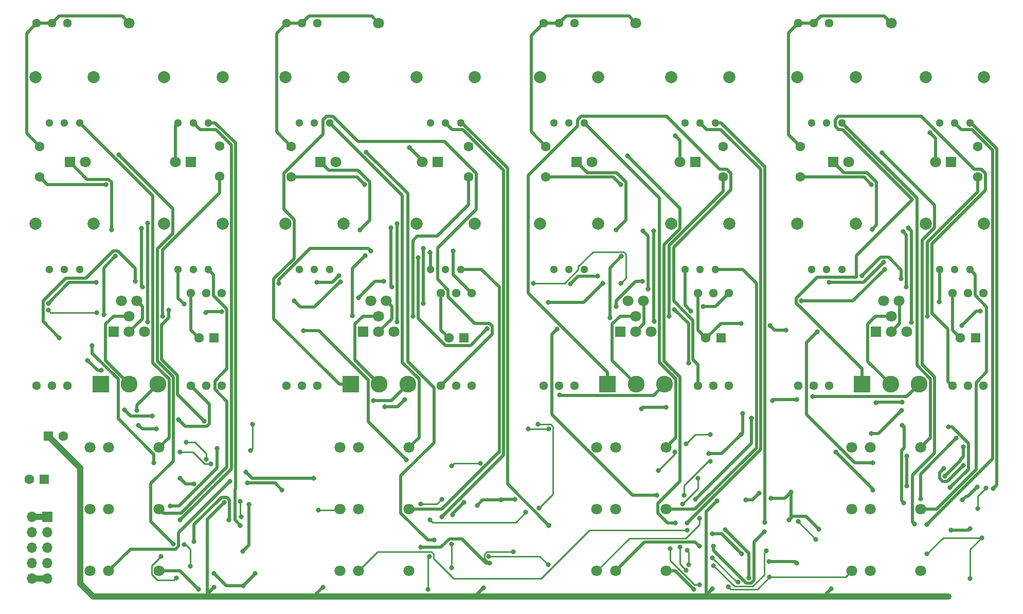
<source format=gtl>
G04 #@! TF.GenerationSoftware,KiCad,Pcbnew,(5.1.6-0-10_14)*
G04 #@! TF.CreationDate,2022-01-25T14:28:11+00:00*
G04 #@! TF.ProjectId,Quad Tube VCA,51756164-2054-4756-9265-205643412e6b,rev?*
G04 #@! TF.SameCoordinates,Original*
G04 #@! TF.FileFunction,Copper,L1,Top*
G04 #@! TF.FilePolarity,Positive*
%FSLAX46Y46*%
G04 Gerber Fmt 4.6, Leading zero omitted, Abs format (unit mm)*
G04 Created by KiCad (PCBNEW (5.1.6-0-10_14)) date 2022-01-25 14:28:11*
%MOMM*%
%LPD*%
G01*
G04 APERTURE LIST*
G04 #@! TA.AperFunction,ComponentPad*
%ADD10C,2.775000*%
G04 #@! TD*
G04 #@! TA.AperFunction,ComponentPad*
%ADD11R,2.775000X2.775000*%
G04 #@! TD*
G04 #@! TA.AperFunction,ComponentPad*
%ADD12C,1.600000*%
G04 #@! TD*
G04 #@! TA.AperFunction,ComponentPad*
%ADD13R,1.600000X1.600000*%
G04 #@! TD*
G04 #@! TA.AperFunction,ComponentPad*
%ADD14C,1.800000*%
G04 #@! TD*
G04 #@! TA.AperFunction,ComponentPad*
%ADD15R,1.800000X1.800000*%
G04 #@! TD*
G04 #@! TA.AperFunction,ComponentPad*
%ADD16C,2.000000*%
G04 #@! TD*
G04 #@! TA.AperFunction,ComponentPad*
%ADD17C,1.300000*%
G04 #@! TD*
G04 #@! TA.AperFunction,ComponentPad*
%ADD18C,1.440000*%
G04 #@! TD*
G04 #@! TA.AperFunction,ComponentPad*
%ADD19O,1.700000X1.700000*%
G04 #@! TD*
G04 #@! TA.AperFunction,ComponentPad*
%ADD20R,1.700000X1.700000*%
G04 #@! TD*
G04 #@! TA.AperFunction,ViaPad*
%ADD21C,0.800000*%
G04 #@! TD*
G04 #@! TA.AperFunction,Conductor*
%ADD22C,0.500000*%
G04 #@! TD*
G04 #@! TA.AperFunction,Conductor*
%ADD23C,0.250000*%
G04 #@! TD*
G04 #@! TA.AperFunction,Conductor*
%ADD24C,1.000000*%
G04 #@! TD*
G04 APERTURE END LIST*
D10*
X89790000Y-107702500D03*
X85090000Y-107702500D03*
D11*
X80390000Y-107702500D03*
D10*
X130938000Y-107702500D03*
X126238000Y-107702500D03*
D11*
X121538000Y-107702500D03*
D10*
X173229000Y-107702500D03*
X168529000Y-107702500D03*
D11*
X163829000Y-107702500D03*
D10*
X215139000Y-107702500D03*
X210439000Y-107702500D03*
D11*
X205739000Y-107702500D03*
D12*
X221909000Y-100076000D03*
D13*
X224409000Y-100076000D03*
D12*
X179999000Y-100076000D03*
D13*
X182499000Y-100076000D03*
D12*
X137708000Y-100076000D03*
D13*
X140208000Y-100076000D03*
D12*
X96560000Y-100076000D03*
D13*
X99060000Y-100076000D03*
D12*
X68620000Y-123317000D03*
D13*
X71120000Y-123317000D03*
D12*
X74255000Y-116205000D03*
D13*
X71755000Y-116205000D03*
D14*
X126153333Y-48260000D03*
X126153333Y-96520000D03*
X124883333Y-93980000D03*
X127423333Y-93980000D03*
X128693333Y-99060000D03*
X126153333Y-99060000D03*
D15*
X123613333Y-99060000D03*
D14*
X85090000Y-48260000D03*
X85090000Y-96520000D03*
X83820000Y-93980000D03*
X86360000Y-93980000D03*
X87630000Y-99060000D03*
X85090000Y-99060000D03*
D15*
X82550000Y-99060000D03*
D14*
X210550000Y-48260000D03*
X210550000Y-96520000D03*
X209280000Y-93980000D03*
X211820000Y-93980000D03*
X213090000Y-99060000D03*
X210550000Y-99060000D03*
D15*
X208010000Y-99060000D03*
D14*
X168486666Y-48260000D03*
X168486666Y-96520000D03*
X167216666Y-93980000D03*
X169756666Y-93980000D03*
X171026666Y-99060000D03*
X168486666Y-99060000D03*
D15*
X165946666Y-99060000D03*
D16*
X204680000Y-57150000D03*
X195080000Y-57150000D03*
D17*
X202380000Y-64650000D03*
X199880000Y-64650000D03*
X197380000Y-64650000D03*
D16*
X162280000Y-57150000D03*
X152680000Y-57150000D03*
D17*
X159980000Y-64650000D03*
X157480000Y-64650000D03*
X154980000Y-64650000D03*
D16*
X120370000Y-57150000D03*
X110770000Y-57150000D03*
D17*
X118070000Y-64650000D03*
X115570000Y-64650000D03*
X113070000Y-64650000D03*
D16*
X79222000Y-57150000D03*
X69622000Y-57150000D03*
D17*
X76922000Y-64650000D03*
X74422000Y-64650000D03*
X71922000Y-64650000D03*
D16*
X204680000Y-81280000D03*
X195080000Y-81280000D03*
D17*
X202380000Y-88780000D03*
X199880000Y-88780000D03*
X197380000Y-88780000D03*
D16*
X162280000Y-81280000D03*
X152680000Y-81280000D03*
D17*
X159980000Y-88780000D03*
X157480000Y-88780000D03*
X154980000Y-88780000D03*
D16*
X120370000Y-81280000D03*
X110770000Y-81280000D03*
D17*
X118070000Y-88780000D03*
X115570000Y-88780000D03*
X113070000Y-88780000D03*
D16*
X79222000Y-81280000D03*
X69622000Y-81280000D03*
D17*
X76922000Y-88780000D03*
X74422000Y-88780000D03*
X71922000Y-88780000D03*
D16*
X225780000Y-57150000D03*
X216180000Y-57150000D03*
D17*
X223480000Y-64650000D03*
X220980000Y-64650000D03*
X218480000Y-64650000D03*
D16*
X183870000Y-57150000D03*
X174270000Y-57150000D03*
D17*
X181570000Y-64650000D03*
X179070000Y-64650000D03*
X176570000Y-64650000D03*
D16*
X141960000Y-57150000D03*
X132360000Y-57150000D03*
D17*
X139660000Y-64650000D03*
X137160000Y-64650000D03*
X134660000Y-64650000D03*
D16*
X100431000Y-57150000D03*
X90831000Y-57150000D03*
D17*
X98131000Y-64650000D03*
X95631000Y-64650000D03*
X93131000Y-64650000D03*
D16*
X225780000Y-81280000D03*
X216180000Y-81280000D03*
D17*
X223480000Y-88780000D03*
X220980000Y-88780000D03*
X218480000Y-88780000D03*
D16*
X183870000Y-81280000D03*
X174270000Y-81280000D03*
D17*
X181570000Y-88780000D03*
X179070000Y-88780000D03*
X176570000Y-88780000D03*
D16*
X141960000Y-81280000D03*
X132360000Y-81280000D03*
D17*
X139660000Y-88780000D03*
X137160000Y-88780000D03*
X134660000Y-88780000D03*
D16*
X100431000Y-81280000D03*
X90831000Y-81280000D03*
D17*
X98131000Y-88780000D03*
X95631000Y-88780000D03*
X93131000Y-88780000D03*
D14*
X215389000Y-138430000D03*
X203989000Y-138430000D03*
X207089000Y-138430000D03*
X173449000Y-138430000D03*
X162049000Y-138430000D03*
X165149000Y-138430000D03*
X131158000Y-138430000D03*
X119758000Y-138430000D03*
X122858000Y-138430000D03*
X90010000Y-138430000D03*
X78610000Y-138430000D03*
X81710000Y-138430000D03*
X215389000Y-118110000D03*
X203989000Y-118110000D03*
X207089000Y-118110000D03*
X173449000Y-118110000D03*
X162049000Y-118110000D03*
X165149000Y-118110000D03*
X131158000Y-118110000D03*
X119758000Y-118110000D03*
X122858000Y-118110000D03*
X90010000Y-118110000D03*
X78610000Y-118110000D03*
X81710000Y-118110000D03*
X215389000Y-128270000D03*
X203989000Y-128270000D03*
X207089000Y-128270000D03*
X173449000Y-128270000D03*
X162049000Y-128270000D03*
X165149000Y-128270000D03*
X131158000Y-128270000D03*
X119758000Y-128270000D03*
X122858000Y-128270000D03*
X90010000Y-128270000D03*
X78610000Y-128270000D03*
X81710000Y-128270000D03*
D18*
X195199000Y-48260000D03*
X197739000Y-48260000D03*
X200279000Y-48260000D03*
X153289000Y-48260000D03*
X155829000Y-48260000D03*
X158369000Y-48260000D03*
X110998000Y-48260000D03*
X113538000Y-48260000D03*
X116078000Y-48260000D03*
X69850000Y-48260000D03*
X72390000Y-48260000D03*
X74930000Y-48260000D03*
X220599000Y-107950000D03*
X223139000Y-107950000D03*
X225679000Y-107950000D03*
X178689000Y-107950000D03*
X181229000Y-107950000D03*
X183769000Y-107950000D03*
X136398000Y-107950000D03*
X138938000Y-107950000D03*
X141478000Y-107950000D03*
X95250000Y-107950000D03*
X97790000Y-107950000D03*
X100330000Y-107950000D03*
X220599000Y-92710000D03*
X223139000Y-92710000D03*
X225679000Y-92710000D03*
X178689000Y-92710000D03*
X181229000Y-92710000D03*
X183769000Y-92710000D03*
X136398000Y-92710000D03*
X138938000Y-92710000D03*
X141478000Y-92710000D03*
X95250000Y-92710000D03*
X97790000Y-92710000D03*
X100330000Y-92710000D03*
X195199000Y-107950000D03*
X197739000Y-107950000D03*
X200279000Y-107950000D03*
X153289000Y-107950000D03*
X155829000Y-107950000D03*
X158369000Y-107950000D03*
X110998000Y-107950000D03*
X113538000Y-107950000D03*
X116078000Y-107950000D03*
X69850000Y-107950000D03*
X72390000Y-107950000D03*
X74930000Y-107950000D03*
D19*
X69088000Y-139700000D03*
X71628000Y-139700000D03*
X69088000Y-137160000D03*
X71628000Y-137160000D03*
X69088000Y-134620000D03*
X71628000Y-134620000D03*
X69088000Y-132080000D03*
X71628000Y-132080000D03*
X69088000Y-129540000D03*
D20*
X71628000Y-129540000D03*
D14*
X217805000Y-71120000D03*
D15*
X220345000Y-71120000D03*
D14*
X203536000Y-71120000D03*
D15*
X200996000Y-71120000D03*
D14*
X175768000Y-71120000D03*
D15*
X178308000Y-71120000D03*
D14*
X161290000Y-71120000D03*
D15*
X158750000Y-71120000D03*
D14*
X133350000Y-71120000D03*
D15*
X135890000Y-71120000D03*
D14*
X119126000Y-71120000D03*
D15*
X116586000Y-71120000D03*
D14*
X92710000Y-71120000D03*
D15*
X95250000Y-71120000D03*
D14*
X77851000Y-71120000D03*
D15*
X75311000Y-71120000D03*
D12*
X224790000Y-73580000D03*
X224790000Y-68580000D03*
X195580000Y-73580000D03*
X195580000Y-68580000D03*
X182880000Y-73580000D03*
X182880000Y-68580000D03*
X153670000Y-73580000D03*
X153670000Y-68580000D03*
X140970000Y-73580000D03*
X140970000Y-68580000D03*
X111760000Y-73580000D03*
X111760000Y-68580000D03*
X99949000Y-73453000D03*
X99949000Y-68453000D03*
X70358000Y-73580000D03*
X70358000Y-68580000D03*
D21*
X83381541Y-69907459D03*
X92329000Y-133985000D03*
X95123000Y-137668000D03*
X94107000Y-134112000D03*
X88130001Y-81153000D03*
X88130001Y-97409000D03*
X92837000Y-139573000D03*
X90297000Y-136017000D03*
X207264000Y-115824000D03*
X212217000Y-112014000D03*
X218440000Y-94107000D03*
X194945000Y-110236000D03*
X191008000Y-110363000D03*
X186055000Y-112522000D03*
X185801000Y-115951000D03*
X186563000Y-126746000D03*
X188802291Y-125649709D03*
X190754000Y-126492000D03*
X194056000Y-125476000D03*
X193675000Y-130048000D03*
X173482000Y-111506000D03*
X169418000Y-111760000D03*
X179578000Y-94869000D03*
X177550042Y-95626958D03*
X138430000Y-85725000D03*
X134620000Y-85979000D03*
X94107000Y-94488000D03*
X97663000Y-95885000D03*
X100330000Y-95758000D03*
X89535000Y-115062000D03*
X86614000Y-114427000D03*
X97790000Y-120015000D03*
X94488000Y-117221000D03*
X181102000Y-136271000D03*
X185293000Y-140273011D03*
X190500000Y-139444990D03*
X183737850Y-141075156D03*
X178943000Y-129794000D03*
X103886000Y-140843000D03*
X105791000Y-138811000D03*
X99060000Y-138811000D03*
X105410000Y-114300000D03*
X105029000Y-118618000D03*
X103378000Y-127000000D03*
X103505000Y-129540000D03*
X104521000Y-123952000D03*
X110236000Y-125095000D03*
X216916000Y-66294000D03*
X175006000Y-66802000D03*
X131191000Y-68707000D03*
X212344000Y-110617000D03*
X208026000Y-110744000D03*
X222250000Y-126746000D03*
X224663000Y-124587000D03*
X180467000Y-119126000D03*
X146304000Y-126746000D03*
X148590000Y-126619000D03*
X142367000Y-127635000D03*
X133477000Y-85344000D03*
X127127000Y-111379000D03*
X130429000Y-110236000D03*
X80518000Y-105410000D03*
X78232000Y-103759000D03*
X116205000Y-128397000D03*
X133477000Y-94361000D03*
X95758000Y-133604000D03*
X101473000Y-130048000D03*
X152400000Y-114300000D03*
X152556541Y-128113459D03*
X198628000Y-131572000D03*
X225171000Y-95631000D03*
X222123000Y-98044000D03*
X219964000Y-142621000D03*
X99060000Y-141097000D03*
X143383000Y-141224000D03*
X181102000Y-141351000D03*
X200660000Y-141351000D03*
X181864000Y-126873000D03*
X100711000Y-127127000D03*
X116967000Y-141097000D03*
X77009999Y-121491001D03*
X77009999Y-125301001D03*
X193167000Y-98806000D03*
X190588000Y-98044000D03*
X185801000Y-97663000D03*
X81280000Y-74803000D03*
X87122000Y-82042000D03*
X87280001Y-91694000D03*
X104775000Y-127508000D03*
X103759000Y-135227990D03*
X90530011Y-96520000D03*
X97410000Y-113792000D03*
X91567000Y-95504000D03*
X79756000Y-95885000D03*
X71754999Y-95504000D03*
X95694990Y-124079000D03*
X93472000Y-123190000D03*
X93472000Y-118872000D03*
X78994000Y-101346000D03*
X89154000Y-120650000D03*
X98552000Y-120777000D03*
X99568000Y-118237000D03*
X91821000Y-127762000D03*
X124085041Y-69462959D03*
X135255000Y-133350000D03*
X138176000Y-137922000D03*
X138176000Y-133985000D03*
X134239000Y-141478000D03*
X134493000Y-136017000D03*
X129159000Y-81280000D03*
X129159000Y-97409000D03*
X148336000Y-135292000D03*
X144399000Y-137160000D03*
X133096000Y-134493000D03*
X154051000Y-137414000D03*
X144272000Y-136017000D03*
X123825000Y-74803000D03*
X128143000Y-81915000D03*
X128309000Y-91694000D03*
X131759999Y-96520000D03*
X144018000Y-98552000D03*
X132609999Y-86829999D03*
X124841000Y-85725000D03*
X109728000Y-91059000D03*
X138176000Y-121158000D03*
X142851458Y-120753458D03*
X138303000Y-129159000D03*
X140208000Y-127127000D03*
X113755022Y-98842978D03*
X130683000Y-120142000D03*
X136529905Y-126614095D03*
X133096000Y-127420000D03*
X134620000Y-130048000D03*
X150368000Y-128778000D03*
X154137510Y-115062000D03*
X150749000Y-115062000D03*
X167132000Y-70104000D03*
X175006000Y-130556000D03*
X176784000Y-138303000D03*
X175768000Y-134493000D03*
X174117000Y-134747000D03*
X178943000Y-140716000D03*
X171387500Y-82423000D03*
X171526667Y-97370000D03*
X187071000Y-139573000D03*
X183156991Y-131670261D03*
X165989000Y-74803000D03*
X169672000Y-82423000D03*
X170507942Y-92036630D03*
X187487980Y-113284000D03*
X178308000Y-126619000D03*
X181102000Y-132334000D03*
X185928000Y-135636000D03*
X173990000Y-96520000D03*
X177166000Y-104189541D03*
X174840000Y-95377000D03*
X165989000Y-91059000D03*
X151638000Y-91059000D03*
X176149000Y-127381000D03*
X178689000Y-123190000D03*
X176403000Y-125984000D03*
X180721000Y-120396000D03*
X155474522Y-98652478D03*
X171958000Y-125984000D03*
X172212000Y-121920000D03*
X174916511Y-118872000D03*
X176784000Y-117475000D03*
X180721000Y-115951000D03*
X209042000Y-69596000D03*
X214376000Y-130683000D03*
X213360000Y-81915000D03*
X213868000Y-97536000D03*
X226124083Y-124791288D03*
X224790000Y-128143000D03*
X225425000Y-132969000D03*
X223520000Y-139700000D03*
X216408000Y-135636000D03*
X207264000Y-74803000D03*
X212471000Y-82550000D03*
X213018000Y-91694000D03*
X219964000Y-114681000D03*
X220218000Y-124714000D03*
X220345000Y-131699000D03*
X223520000Y-131445000D03*
X216489777Y-96520000D03*
X219202000Y-121539000D03*
X222377000Y-121031000D03*
X201422000Y-118872000D03*
X207518000Y-125095000D03*
X219329000Y-122809000D03*
X222377000Y-117983000D03*
X213106000Y-119507000D03*
X213106000Y-124460000D03*
X198374000Y-99060000D03*
X207518000Y-120650000D03*
X221233301Y-116586699D03*
X215332272Y-126559272D03*
X212598000Y-127254000D03*
X212344000Y-114427000D03*
X82169000Y-82296000D03*
X82804000Y-86614000D03*
X80899000Y-96266000D03*
X123063000Y-82296000D03*
X123952000Y-86487000D03*
X121793000Y-96393000D03*
X165227000Y-82296000D03*
X166116000Y-86614000D03*
X164211000Y-96774000D03*
X207391000Y-82169000D03*
X119634000Y-89789000D03*
X115951000Y-90932000D03*
X162179000Y-89916000D03*
X157734000Y-91186000D03*
X209296000Y-87630000D03*
X200279000Y-90932000D03*
X93472000Y-130048000D03*
X136525000Y-129540000D03*
X176911000Y-130556000D03*
X216408000Y-130810000D03*
X96520000Y-141478000D03*
X73560541Y-100048459D03*
X86106000Y-90730001D03*
X71755000Y-94361000D03*
X79629000Y-90932000D03*
X122809000Y-93472000D03*
X127000000Y-90730001D03*
X112268000Y-93980000D03*
X119888000Y-90805000D03*
X178054000Y-141478000D03*
X190373000Y-136906000D03*
X194945000Y-137160000D03*
X165227000Y-94869000D03*
X169545000Y-90730001D03*
X154051000Y-94234000D03*
X163068000Y-91059000D03*
X205740000Y-89789000D03*
X212168000Y-90297000D03*
X195707000Y-93980000D03*
X209423000Y-88773000D03*
X101662500Y-123698000D03*
X104267000Y-122174000D03*
X115443000Y-123190000D03*
X189992000Y-135128000D03*
X181229000Y-137541000D03*
X177215970Y-137401112D03*
X176911000Y-135001000D03*
X176940541Y-131728541D03*
X189611000Y-131953000D03*
X181229000Y-134366000D03*
X178943000Y-134366000D03*
X86360000Y-112014000D03*
X93218000Y-113538000D03*
X88900000Y-112903000D03*
X84328000Y-111887000D03*
X125250499Y-110363000D03*
X155956000Y-109474000D03*
X197612000Y-109728000D03*
X195199000Y-130302000D03*
X198120000Y-133223000D03*
X103378000Y-130937000D03*
X154178000Y-130937000D03*
X189738000Y-130429000D03*
X227330000Y-124841000D03*
D22*
X92281001Y-82851999D02*
X89680011Y-85452989D01*
X92281001Y-78806919D02*
X92281001Y-82851999D01*
X83381541Y-69907459D02*
X92281001Y-78806919D01*
X89680011Y-103883047D02*
X92329000Y-106532036D01*
X89680011Y-85452989D02*
X89680011Y-103883047D01*
X92329000Y-106532036D02*
X92329000Y-120396000D01*
X88659999Y-130315999D02*
X92329000Y-133985000D01*
X88659999Y-124065001D02*
X88659999Y-130315999D01*
X92329000Y-120396000D02*
X88659999Y-124065001D01*
D23*
X95123000Y-137668000D02*
X95123000Y-134874000D01*
X94361000Y-134112000D02*
X94107000Y-134112000D01*
X95123000Y-134874000D02*
X94361000Y-134112000D01*
D22*
X88130001Y-81153000D02*
X88130001Y-97409000D01*
D23*
X88784999Y-137529001D02*
X90297000Y-136017000D01*
X88784999Y-139018001D02*
X88784999Y-137529001D01*
X92437001Y-139972999D02*
X89739997Y-139972999D01*
X89739997Y-139972999D02*
X88784999Y-139018001D01*
X92837000Y-139573000D02*
X92437001Y-139972999D01*
D22*
X218480000Y-88780000D02*
X218306000Y-88780000D01*
X208407000Y-115824000D02*
X212217000Y-112014000D01*
X207264000Y-115824000D02*
X208407000Y-115824000D01*
X218480000Y-94067000D02*
X218440000Y-94107000D01*
X218480000Y-88780000D02*
X218480000Y-94067000D01*
X191135000Y-110236000D02*
X191008000Y-110363000D01*
X194945000Y-110236000D02*
X191135000Y-110236000D01*
X186055000Y-115697000D02*
X185801000Y-115951000D01*
X186055000Y-112522000D02*
X186055000Y-115697000D01*
X187706000Y-126746000D02*
X188802291Y-125649709D01*
X186563000Y-126746000D02*
X187706000Y-126746000D01*
X193040000Y-126492000D02*
X194056000Y-125476000D01*
X190754000Y-126492000D02*
X193040000Y-126492000D01*
X194056000Y-129667000D02*
X193675000Y-130048000D01*
X194056000Y-125476000D02*
X194056000Y-129667000D01*
X169672000Y-111506000D02*
X169418000Y-111760000D01*
X173482000Y-111506000D02*
X169672000Y-111506000D01*
X181610000Y-94869000D02*
X183769000Y-92710000D01*
X179578000Y-94869000D02*
X181610000Y-94869000D01*
X176570000Y-94646916D02*
X177550042Y-95626958D01*
X176570000Y-88780000D02*
X176570000Y-94646916D01*
X138430000Y-89662000D02*
X138430000Y-85725000D01*
X141478000Y-92710000D02*
X138430000Y-89662000D01*
X134660000Y-86019000D02*
X134620000Y-85979000D01*
X134660000Y-88780000D02*
X134660000Y-86019000D01*
X93131000Y-93512000D02*
X94107000Y-94488000D01*
X93131000Y-88780000D02*
X93131000Y-93512000D01*
X97790000Y-95758000D02*
X97663000Y-95885000D01*
X100330000Y-95758000D02*
X97790000Y-95758000D01*
X87249000Y-115062000D02*
X86614000Y-114427000D01*
X89535000Y-115062000D02*
X87249000Y-115062000D01*
D23*
X97790000Y-119124590D02*
X95886410Y-117221000D01*
X95886410Y-117221000D02*
X94488000Y-117221000D01*
X97790000Y-120015000D02*
X97790000Y-119124590D01*
X185104011Y-140273011D02*
X185293000Y-140273011D01*
X181102000Y-136271000D02*
X185104011Y-140273011D01*
X202974010Y-139444990D02*
X203989000Y-138430000D01*
X190500000Y-139444990D02*
X202974010Y-139444990D01*
X184110714Y-141448020D02*
X183737850Y-141075156D01*
X188496970Y-141448020D02*
X184110714Y-141448020D01*
X190500000Y-139444990D02*
X188496970Y-141448020D01*
X176674095Y-133067989D02*
X167411011Y-133067989D01*
X178943000Y-130799084D02*
X176674095Y-133067989D01*
X167411011Y-133067989D02*
X162049000Y-138430000D01*
X178943000Y-129794000D02*
X178943000Y-130799084D01*
D22*
X105791000Y-138938000D02*
X103886000Y-140843000D01*
X105791000Y-138811000D02*
X105791000Y-138938000D01*
X101092000Y-140843000D02*
X99060000Y-138811000D01*
X103886000Y-140843000D02*
X101092000Y-140843000D01*
D23*
X105410000Y-118237000D02*
X105029000Y-118618000D01*
X105410000Y-114300000D02*
X105410000Y-118237000D01*
X103378000Y-129413000D02*
X103505000Y-129540000D01*
X103378000Y-127000000D02*
X103378000Y-129413000D01*
D22*
X109093000Y-123952000D02*
X108712000Y-123952000D01*
X110236000Y-125095000D02*
X109093000Y-123952000D01*
X108712000Y-123952000D02*
X104521000Y-123952000D01*
X217805000Y-67183000D02*
X216916000Y-66294000D01*
X217805000Y-71120000D02*
X217805000Y-67183000D01*
X175768000Y-67564000D02*
X175006000Y-66802000D01*
X175768000Y-71120000D02*
X175768000Y-67564000D01*
X133350000Y-70866000D02*
X131191000Y-68707000D01*
X133350000Y-71120000D02*
X133350000Y-70866000D01*
X92710000Y-65071000D02*
X93131000Y-64650000D01*
X92710000Y-71120000D02*
X92710000Y-65071000D01*
X208153000Y-110617000D02*
X208026000Y-110744000D01*
X212344000Y-110617000D02*
X208153000Y-110617000D01*
X223139000Y-126111000D02*
X224663000Y-124587000D01*
X222885000Y-126111000D02*
X222250000Y-126746000D01*
X223139000Y-126111000D02*
X222885000Y-126111000D01*
X182626000Y-119126000D02*
X185801000Y-115951000D01*
X180467000Y-119126000D02*
X182626000Y-119126000D01*
X146431000Y-126619000D02*
X146304000Y-126746000D01*
X148590000Y-126619000D02*
X146431000Y-126619000D01*
X143256000Y-126746000D02*
X142367000Y-127635000D01*
X146304000Y-126746000D02*
X143256000Y-126746000D01*
X133477000Y-94361000D02*
X133477000Y-94361000D01*
X129286000Y-111379000D02*
X127127000Y-111379000D01*
X130429000Y-110236000D02*
X129286000Y-111379000D01*
X79883000Y-105410000D02*
X78232000Y-103759000D01*
X80518000Y-105410000D02*
X79883000Y-105410000D01*
D23*
X119631000Y-128397000D02*
X119758000Y-128270000D01*
X116205000Y-128397000D02*
X119631000Y-128397000D01*
D22*
X133477000Y-94361000D02*
X133477000Y-85344000D01*
X101561001Y-129959999D02*
X101473000Y-130048000D01*
X101561001Y-126718999D02*
X101561001Y-129959999D01*
X100302999Y-126276999D02*
X101119001Y-126276999D01*
X101119001Y-126276999D02*
X101561001Y-126718999D01*
X95758000Y-130821998D02*
X100302999Y-126276999D01*
X95758000Y-133604000D02*
X95758000Y-130821998D01*
D23*
X154862511Y-125807489D02*
X152556541Y-128113459D01*
X154448512Y-114300000D02*
X154862511Y-114713999D01*
X154862511Y-114713999D02*
X154862511Y-125807489D01*
X152400000Y-114300000D02*
X154448512Y-114300000D01*
D22*
X196507999Y-129451999D02*
X198628000Y-131572000D01*
X194271001Y-129451999D02*
X196507999Y-129451999D01*
X193675000Y-130048000D02*
X194271001Y-129451999D01*
X224536000Y-95631000D02*
X222123000Y-98044000D01*
X225171000Y-95631000D02*
X224536000Y-95631000D01*
X99060000Y-141097000D02*
X97536000Y-142621000D01*
X97536000Y-142621000D02*
X96774000Y-142621000D01*
D24*
X79121000Y-142621000D02*
X96774000Y-142621000D01*
D22*
X141986000Y-142621000D02*
X140970000Y-142621000D01*
X143383000Y-141224000D02*
X141986000Y-142621000D01*
X179832000Y-142621000D02*
X178435000Y-142621000D01*
D24*
X140970000Y-142621000D02*
X178435000Y-142621000D01*
D22*
X199771000Y-142240000D02*
X199771000Y-142621000D01*
X200660000Y-141351000D02*
X199771000Y-142240000D01*
D24*
X199771000Y-142621000D02*
X219964000Y-142621000D01*
X178435000Y-142621000D02*
X199771000Y-142621000D01*
D22*
X180086000Y-128651000D02*
X181864000Y-126873000D01*
X180086000Y-142367000D02*
X180086000Y-128651000D01*
X181102000Y-141351000D02*
X180086000Y-142367000D01*
X180086000Y-142367000D02*
X179832000Y-142621000D01*
X97917000Y-129921000D02*
X100711000Y-127127000D01*
D24*
X96774000Y-142621000D02*
X97917000Y-142621000D01*
D22*
X97917000Y-142621000D02*
X97917000Y-129921000D01*
X115824000Y-142240000D02*
X115824000Y-142621000D01*
X116967000Y-141097000D02*
X115824000Y-142240000D01*
D24*
X115824000Y-142621000D02*
X140970000Y-142621000D01*
X97917000Y-142621000D02*
X115824000Y-142621000D01*
X77009999Y-140509999D02*
X79121000Y-142621000D01*
X77009999Y-121459999D02*
X77009999Y-121491001D01*
X71755000Y-116205000D02*
X77009999Y-121459999D01*
X77009999Y-121491001D02*
X77009999Y-140509999D01*
D22*
X87259999Y-96890001D02*
X85090000Y-99060000D01*
X87259999Y-94879999D02*
X87259999Y-96890001D01*
X86360000Y-93980000D02*
X87259999Y-94879999D01*
X128323332Y-96890001D02*
X126153333Y-99060000D01*
X128323332Y-94879999D02*
X128323332Y-96890001D01*
X127423333Y-93980000D02*
X128323332Y-94879999D01*
X169836667Y-94060001D02*
X169836667Y-97709999D01*
X169836667Y-97709999D02*
X168486666Y-99060000D01*
X169756666Y-93980000D02*
X169836667Y-94060001D01*
X211900001Y-97709999D02*
X210550000Y-99060000D01*
X211900001Y-94060001D02*
X211900001Y-97709999D01*
X211820000Y-93980000D02*
X211900001Y-94060001D01*
X220599000Y-98766000D02*
X221909000Y-100076000D01*
X220599000Y-92710000D02*
X220599000Y-98766000D01*
X178689000Y-98766000D02*
X179999000Y-100076000D01*
X178689000Y-92710000D02*
X178689000Y-98766000D01*
X136398000Y-98766000D02*
X137708000Y-100076000D01*
X136398000Y-92710000D02*
X136398000Y-98766000D01*
X95250000Y-98766000D02*
X96560000Y-100076000D01*
X95250000Y-92710000D02*
X95250000Y-98766000D01*
X191350000Y-98806000D02*
X190588000Y-98044000D01*
X193167000Y-98806000D02*
X191350000Y-98806000D01*
X180088998Y-100076000D02*
X179999000Y-100076000D01*
X182501998Y-97663000D02*
X180088998Y-100076000D01*
X185801000Y-97663000D02*
X182501998Y-97663000D01*
X71581000Y-74803000D02*
X70358000Y-73580000D01*
X81280000Y-74803000D02*
X71581000Y-74803000D01*
X87122000Y-91535999D02*
X87280001Y-91694000D01*
X87122000Y-82042000D02*
X87122000Y-91535999D01*
X104775000Y-134211990D02*
X103759000Y-135227990D01*
X104775000Y-127508000D02*
X104775000Y-134211990D01*
X69850000Y-48260000D02*
X72390000Y-48260000D01*
X72390000Y-48260000D02*
X73560001Y-47089999D01*
X83919999Y-47089999D02*
X85090000Y-48260000D01*
X73560001Y-47089999D02*
X83919999Y-47089999D01*
X68171999Y-66393999D02*
X68171999Y-49938001D01*
X68171999Y-49938001D02*
X69850000Y-48260000D01*
X70358000Y-68580000D02*
X68171999Y-66393999D01*
X90530011Y-89034987D02*
X90530011Y-96520000D01*
X99949000Y-73453000D02*
X99949000Y-76200000D01*
X90530011Y-85618989D02*
X90530011Y-89034987D01*
X99949000Y-76200000D02*
X90530011Y-85618989D01*
X82479998Y-96520000D02*
X85090000Y-96520000D01*
X81199999Y-97799999D02*
X82479998Y-96520000D01*
X81199999Y-103812499D02*
X81199999Y-97799999D01*
X85090000Y-107702500D02*
X81199999Y-103812499D01*
X93029010Y-109411010D02*
X93029010Y-106242084D01*
X97410000Y-113792000D02*
X93029010Y-109411010D01*
X93029010Y-106242084D02*
X90424000Y-103637074D01*
X90424000Y-103632000D02*
X90380021Y-103588021D01*
X90424000Y-103637074D02*
X90424000Y-103632000D01*
X90380021Y-103588021D02*
X90380021Y-97833979D01*
X91567000Y-96741013D02*
X91567000Y-95504000D01*
X90474034Y-97833979D02*
X91567000Y-96741013D01*
X90380021Y-97833979D02*
X90474034Y-97833979D01*
D23*
X72135999Y-95885000D02*
X71754999Y-95504000D01*
X79756000Y-95885000D02*
X72135999Y-95885000D01*
D22*
X94361000Y-124079000D02*
X93472000Y-123190000D01*
X95694990Y-124079000D02*
X94361000Y-124079000D01*
X89154000Y-119252002D02*
X89154000Y-120650000D01*
X83252499Y-113350501D02*
X89154000Y-119252002D01*
X78994000Y-102596463D02*
X83252499Y-106854962D01*
X83252499Y-106854962D02*
X83252499Y-113350501D01*
X78994000Y-101346000D02*
X78994000Y-102596463D01*
D23*
X95573998Y-118872000D02*
X93472000Y-118872000D01*
X97478998Y-120777000D02*
X95573998Y-118872000D01*
X98552000Y-120777000D02*
X97478998Y-120777000D01*
D22*
X93269992Y-127762000D02*
X91821000Y-127762000D01*
X99568000Y-121463992D02*
X93269992Y-127762000D01*
X99568000Y-118237000D02*
X99568000Y-121463992D01*
X130909999Y-103965035D02*
X135255000Y-108310036D01*
X130909999Y-76287917D02*
X130909999Y-103965035D01*
X124085041Y-69462959D02*
X130909999Y-76287917D01*
X135255000Y-108310036D02*
X135255000Y-117348000D01*
X134239998Y-133350000D02*
X135255000Y-133350000D01*
X129807999Y-122795001D02*
X129807999Y-128918001D01*
X129807999Y-128918001D02*
X134239998Y-133350000D01*
X135255000Y-117348000D02*
X129807999Y-122795001D01*
D23*
X138176000Y-137922000D02*
X138176000Y-133985000D01*
X134239000Y-136271000D02*
X134493000Y-136017000D01*
X134239000Y-141478000D02*
X134239000Y-136271000D01*
D22*
X129159000Y-81280000D02*
X129159000Y-97409000D01*
D23*
X143546999Y-136365001D02*
X144341998Y-137160000D01*
X143546999Y-135668999D02*
X143546999Y-136365001D01*
X143923998Y-135292000D02*
X143546999Y-135668999D01*
X144341998Y-137160000D02*
X144399000Y-137160000D01*
X148336000Y-135292000D02*
X143923998Y-135292000D01*
D22*
X143833315Y-137160000D02*
X144399000Y-137160000D01*
X139808314Y-133134999D02*
X143833315Y-137160000D01*
X137767999Y-133134999D02*
X139808314Y-133134999D01*
X136409998Y-134493000D02*
X137767999Y-133134999D01*
X133096000Y-134493000D02*
X136409998Y-134493000D01*
D23*
X152654000Y-136017000D02*
X144272000Y-136017000D01*
X154051000Y-137414000D02*
X152654000Y-136017000D01*
D22*
X122602000Y-73580000D02*
X111760000Y-73580000D01*
X123825000Y-74803000D02*
X122602000Y-73580000D01*
X128143000Y-91528000D02*
X128309000Y-91694000D01*
X128143000Y-81915000D02*
X128143000Y-91528000D01*
X110998000Y-48260000D02*
X113538000Y-48260000D01*
X124983332Y-47089999D02*
X126153333Y-48260000D01*
X114708001Y-47089999D02*
X124983332Y-47089999D01*
X113538000Y-48260000D02*
X114708001Y-47089999D01*
X109319999Y-49938001D02*
X110998000Y-48260000D01*
X109319999Y-66139999D02*
X109319999Y-49938001D01*
X111760000Y-68580000D02*
X109319999Y-66139999D01*
X131759999Y-89722999D02*
X131759999Y-96520000D01*
X131759999Y-89333999D02*
X131759999Y-89722999D01*
X123543331Y-96520000D02*
X126153333Y-96520000D01*
X122263332Y-97799999D02*
X123543331Y-96520000D01*
X122263332Y-103727832D02*
X122263332Y-97799999D01*
X126238000Y-107702500D02*
X122263332Y-103727832D01*
X135763000Y-83312000D02*
X132474002Y-83312000D01*
X131759999Y-84026003D02*
X131759999Y-89722999D01*
X132474002Y-83312000D02*
X131759999Y-84026003D01*
X140970000Y-78105000D02*
X135763000Y-83312000D01*
X140970000Y-73580000D02*
X140970000Y-78105000D01*
X132609999Y-96828001D02*
X132609999Y-88646000D01*
X137107999Y-101326001D02*
X132609999Y-96828001D01*
X132609999Y-88646000D02*
X132609999Y-86829999D01*
X109728000Y-90493998D02*
X109728000Y-91059000D01*
X114896997Y-85325001D02*
X109728000Y-90493998D01*
X124441001Y-85325001D02*
X114896997Y-85325001D01*
X124841000Y-85725000D02*
X124441001Y-85325001D01*
X141243999Y-101326001D02*
X137107999Y-101326001D01*
X144018000Y-98552000D02*
X141243999Y-101326001D01*
D23*
X138580542Y-120753458D02*
X142851458Y-120753458D01*
X138176000Y-121158000D02*
X138580542Y-120753458D01*
D22*
X138303000Y-129032000D02*
X140208000Y-127127000D01*
X138303000Y-129159000D02*
X138303000Y-129032000D01*
X124400499Y-113858087D02*
X130683000Y-120140588D01*
X124400499Y-106979997D02*
X124400499Y-113858087D01*
X113755022Y-98842978D02*
X116263480Y-98842978D01*
X116263480Y-98842978D02*
X124400499Y-106979997D01*
X130683000Y-120140588D02*
X130683000Y-120142000D01*
D23*
X135724000Y-127420000D02*
X133096000Y-127420000D01*
X136529905Y-126614095D02*
X135724000Y-127420000D01*
X148698001Y-130447999D02*
X150368000Y-128778000D01*
X135019999Y-130447999D02*
X148698001Y-130447999D01*
X134620000Y-130048000D02*
X135019999Y-130447999D01*
X154137510Y-115062000D02*
X150749000Y-115062000D01*
D22*
X175720001Y-78692001D02*
X175720001Y-82089999D01*
X167132000Y-70104000D02*
X175720001Y-78692001D01*
X175720001Y-82089999D02*
X173101000Y-84709000D01*
X173101000Y-103865036D02*
X175766511Y-106530546D01*
X173101000Y-84709000D02*
X173101000Y-103865036D01*
X175766511Y-106530546D02*
X175766511Y-123699489D01*
X173736998Y-130556000D02*
X175006000Y-130556000D01*
X172098999Y-128918001D02*
X173736998Y-130556000D01*
X172098999Y-127367001D02*
X172098999Y-128918001D01*
X175766511Y-123699489D02*
X172098999Y-127367001D01*
D23*
X175768000Y-137287000D02*
X175768000Y-134493000D01*
X176784000Y-138303000D02*
X175768000Y-137287000D01*
X174117000Y-136709002D02*
X178123998Y-140716000D01*
X178123998Y-140716000D02*
X178943000Y-140716000D01*
X174117000Y-134747000D02*
X174117000Y-136709002D01*
D22*
X171387500Y-97230833D02*
X171526667Y-97370000D01*
X171387500Y-82423000D02*
X171387500Y-97230833D01*
X183220263Y-131670261D02*
X183156991Y-131670261D01*
X187071000Y-135520998D02*
X183220263Y-131670261D01*
X187071000Y-139573000D02*
X187071000Y-135520998D01*
X164766000Y-73580000D02*
X153670000Y-73580000D01*
X165989000Y-74803000D02*
X164766000Y-73580000D01*
X170507942Y-83258942D02*
X170507942Y-92036630D01*
X169672000Y-82423000D02*
X170507942Y-83258942D01*
X187487980Y-117439020D02*
X178308000Y-126619000D01*
X187487980Y-113284000D02*
X187487980Y-117439020D01*
X182626000Y-132334000D02*
X185928000Y-135636000D01*
X181102000Y-132334000D02*
X182626000Y-132334000D01*
X153289000Y-48260000D02*
X155829000Y-48260000D01*
X167316665Y-47089999D02*
X168486666Y-48260000D01*
X156999001Y-47089999D02*
X167316665Y-47089999D01*
X155829000Y-48260000D02*
X156999001Y-47089999D01*
X151229999Y-50319001D02*
X153289000Y-48260000D01*
X151229999Y-66139999D02*
X151229999Y-50319001D01*
X153670000Y-68580000D02*
X151229999Y-66139999D01*
X173990000Y-89013998D02*
X173990000Y-96520000D01*
X182880000Y-73580000D02*
X182880000Y-75946000D01*
X173990000Y-84836000D02*
X173990000Y-89013998D01*
X182880000Y-75946000D02*
X173990000Y-84836000D01*
X165876664Y-96520000D02*
X168486666Y-96520000D01*
X164596665Y-97799999D02*
X165876664Y-96520000D01*
X164596665Y-103770165D02*
X164596665Y-97799999D01*
X168529000Y-107702500D02*
X164596665Y-103770165D01*
X177166000Y-97703000D02*
X174840000Y-95377000D01*
X177166000Y-104189541D02*
X177166000Y-97703000D01*
D23*
X159004999Y-88841999D02*
X156787998Y-91059000D01*
X161427999Y-85888999D02*
X159004999Y-88311999D01*
X166464001Y-85888999D02*
X161427999Y-85888999D01*
X156787998Y-91059000D02*
X151638000Y-91059000D01*
X166841001Y-86265999D02*
X166464001Y-85888999D01*
X166841001Y-90206999D02*
X166841001Y-86265999D01*
X159004999Y-88311999D02*
X159004999Y-88841999D01*
X165989000Y-91059000D02*
X166841001Y-90206999D01*
X178689000Y-124841000D02*
X178689000Y-123190000D01*
X176149000Y-127381000D02*
X178689000Y-124841000D01*
X176403000Y-124402998D02*
X180409998Y-120396000D01*
X180409998Y-120396000D02*
X180721000Y-120396000D01*
X176403000Y-125984000D02*
X176403000Y-124402998D01*
D22*
X167924998Y-125984000D02*
X171958000Y-125984000D01*
X154658999Y-112718001D02*
X167924998Y-125984000D01*
X154658999Y-99468001D02*
X154658999Y-112718001D01*
X155474522Y-98652478D02*
X154658999Y-99468001D01*
D23*
X174916511Y-119215489D02*
X174916511Y-118872000D01*
X172212000Y-121920000D02*
X174916511Y-119215489D01*
X178308000Y-115951000D02*
X180721000Y-115951000D01*
X176784000Y-117475000D02*
X178308000Y-115951000D01*
D22*
X215639777Y-104493813D02*
X217676511Y-106530546D01*
X215639777Y-83966225D02*
X215639777Y-104493813D01*
X217630001Y-78184001D02*
X217630001Y-81976001D01*
X217630001Y-81976001D02*
X215639777Y-83966225D01*
X209042000Y-69596000D02*
X217630001Y-78184001D01*
X217676511Y-106530546D02*
X217676511Y-119000489D01*
X214038999Y-130345999D02*
X214376000Y-130683000D01*
X214038999Y-122638001D02*
X214038999Y-130345999D01*
X217676511Y-119000489D02*
X214038999Y-122638001D01*
X213868000Y-82423000D02*
X213868000Y-97536000D01*
X213360000Y-81915000D02*
X213868000Y-82423000D01*
D23*
X224790000Y-126125371D02*
X224790000Y-128143000D01*
X226124083Y-124791288D02*
X224790000Y-126125371D01*
X223520000Y-134874000D02*
X223520000Y-139700000D01*
X225425000Y-132969000D02*
X223520000Y-134874000D01*
X219075000Y-132969000D02*
X225425000Y-132969000D01*
X216408000Y-135636000D02*
X219075000Y-132969000D01*
D22*
X206041000Y-73580000D02*
X195580000Y-73580000D01*
X207264000Y-74803000D02*
X206041000Y-73580000D01*
X213018000Y-83097000D02*
X213018000Y-91694000D01*
X212471000Y-82550000D02*
X213018000Y-83097000D01*
X223227001Y-117378316D02*
X223227001Y-121704999D01*
X220529685Y-114681000D02*
X223227001Y-117378316D01*
X223227001Y-121704999D02*
X220218000Y-124714000D01*
X219964000Y-114681000D02*
X220529685Y-114681000D01*
X223266000Y-131699000D02*
X223520000Y-131445000D01*
X220345000Y-131699000D02*
X223266000Y-131699000D01*
X195199000Y-48260000D02*
X197739000Y-48260000D01*
X209379999Y-47089999D02*
X210550000Y-48260000D01*
X198909001Y-47089999D02*
X209379999Y-47089999D01*
X197739000Y-48260000D02*
X198909001Y-47089999D01*
X193629999Y-66629999D02*
X195580000Y-68580000D01*
X193629999Y-49829001D02*
X193629999Y-66629999D01*
X195199000Y-48260000D02*
X193629999Y-49829001D01*
X224790000Y-73580000D02*
X224790000Y-75998269D01*
X216489777Y-84298492D02*
X216489777Y-88473777D01*
X224790000Y-75998269D02*
X216489777Y-84298492D01*
X216489777Y-88473777D02*
X216489777Y-96520000D01*
X216489777Y-88424221D02*
X216489777Y-88473777D01*
X207939998Y-96520000D02*
X210550000Y-96520000D01*
X206659999Y-97799999D02*
X207939998Y-96520000D01*
X206659999Y-103923499D02*
X206659999Y-97799999D01*
X210439000Y-107702500D02*
X206659999Y-103923499D01*
X218920999Y-123659001D02*
X219748999Y-123659001D01*
X219748999Y-123659001D02*
X222377000Y-121031000D01*
X218478999Y-123217001D02*
X218920999Y-123659001D01*
X218478999Y-122262001D02*
X218478999Y-123217001D01*
X219202000Y-121539000D02*
X218478999Y-122262001D01*
X207518000Y-124968000D02*
X207518000Y-125095000D01*
X201422000Y-118872000D02*
X207518000Y-124968000D01*
X219329000Y-122809000D02*
X221869000Y-120269000D01*
X222377000Y-119634000D02*
X222377000Y-117983000D01*
X221869000Y-120142000D02*
X222377000Y-119634000D01*
X221869000Y-120269000D02*
X221869000Y-120142000D01*
X213106000Y-119507000D02*
X213106000Y-124460000D01*
X204530998Y-120650000D02*
X207518000Y-120650000D01*
X196568999Y-112688001D02*
X204530998Y-120650000D01*
X196568999Y-100865001D02*
X196568999Y-112688001D01*
X198374000Y-99060000D02*
X196568999Y-100865001D01*
X215332272Y-122487728D02*
X215332272Y-126559272D01*
X221233301Y-116586699D02*
X215332272Y-122487728D01*
X212667010Y-114750010D02*
X212344000Y-114427000D01*
X212598000Y-127254000D02*
X212198001Y-126854001D01*
X212198001Y-118638411D02*
X212667010Y-118169402D01*
X212667010Y-118169402D02*
X212667010Y-114750010D01*
X212198001Y-126854001D02*
X212198001Y-118638411D01*
X82169000Y-74433998D02*
X82169000Y-82296000D01*
X81688001Y-73952999D02*
X82169000Y-74433998D01*
X78143999Y-73952999D02*
X81688001Y-73952999D01*
X75311000Y-71120000D02*
X78143999Y-73952999D01*
X80899000Y-88519000D02*
X80899000Y-96266000D01*
X82804000Y-86614000D02*
X80899000Y-88519000D01*
X122750003Y-72470001D02*
X124718191Y-74438189D01*
X124718191Y-74438189D02*
X124718191Y-80640809D01*
X117936001Y-72470001D02*
X122750003Y-72470001D01*
X124718191Y-80640809D02*
X123063000Y-82296000D01*
X116586000Y-71120000D02*
X117936001Y-72470001D01*
X121793000Y-88646000D02*
X121793000Y-96393000D01*
X123952000Y-86487000D02*
X121793000Y-88646000D01*
X166839001Y-80683999D02*
X165227000Y-82296000D01*
X166839001Y-74394999D02*
X166839001Y-80683999D01*
X165323992Y-72879990D02*
X166839001Y-74394999D01*
X160509990Y-72879990D02*
X165323992Y-72879990D01*
X158750000Y-71120000D02*
X160509990Y-72879990D01*
X164211000Y-88519000D02*
X164211000Y-96774000D01*
X166116000Y-86614000D02*
X164211000Y-88519000D01*
X208114001Y-81445999D02*
X207391000Y-82169000D01*
X208114001Y-74394999D02*
X208114001Y-81445999D01*
X206598992Y-72879990D02*
X208114001Y-74394999D01*
X202755990Y-72879990D02*
X206598992Y-72879990D01*
X200996000Y-71120000D02*
X202755990Y-72879990D01*
X98960001Y-89609001D02*
X98131000Y-88780000D01*
X101180991Y-105167409D02*
X101180991Y-95350989D01*
X98960001Y-93129999D02*
X98960001Y-92174999D01*
X101180991Y-95350989D02*
X98960001Y-93129999D01*
X99159999Y-107188401D02*
X101180991Y-105167409D01*
X99159999Y-108511601D02*
X99159999Y-107188401D01*
X101180991Y-121349047D02*
X101180991Y-110532593D01*
X93625038Y-128905000D02*
X101180991Y-121349047D01*
X101180991Y-110532593D02*
X99159999Y-108511601D01*
X90645000Y-128905000D02*
X93625038Y-128905000D01*
X90010000Y-128270000D02*
X90645000Y-128905000D01*
X98960001Y-92174999D02*
X98960001Y-89609001D01*
X118491000Y-90932000D02*
X115951000Y-90932000D01*
X119634000Y-89789000D02*
X118491000Y-90932000D01*
X139660000Y-88780000D02*
X143070990Y-88780000D01*
X143070990Y-88780000D02*
X145984990Y-91694000D01*
X145984990Y-91694000D02*
X145984990Y-118937010D01*
X136536998Y-128270000D02*
X131158000Y-128270000D01*
X145869988Y-118937010D02*
X136536998Y-128270000D01*
X145984990Y-118937010D02*
X145869988Y-118937010D01*
X159004000Y-89916000D02*
X157734000Y-91186000D01*
X162179000Y-89916000D02*
X159004000Y-89916000D01*
X186062000Y-88780000D02*
X181570000Y-88780000D01*
X188337980Y-91055980D02*
X186062000Y-88780000D01*
X188337980Y-118139058D02*
X188337980Y-91055980D01*
X178207038Y-128270000D02*
X188337980Y-118139058D01*
X173449000Y-128270000D02*
X178207038Y-128270000D01*
X205994000Y-90932000D02*
X200279000Y-90932000D01*
X209296000Y-87630000D02*
X205994000Y-90932000D01*
X215389000Y-128270000D02*
X217958038Y-128270000D01*
X224309001Y-93071603D02*
X224309001Y-89609001D01*
X226240601Y-95003203D02*
X224309001Y-93071603D01*
X224309001Y-89609001D02*
X223480000Y-88780000D01*
X226240601Y-105656797D02*
X226240601Y-95003203D01*
X224508999Y-107388399D02*
X226240601Y-105656797D01*
X224508999Y-121719039D02*
X224508999Y-107388399D01*
X217958038Y-128270000D02*
X224508999Y-121719039D01*
X99350003Y-65750001D02*
X101881001Y-68280999D01*
X101881001Y-121638999D02*
X93472000Y-130048000D01*
X101881001Y-68280999D02*
X101881001Y-121638999D01*
X96731001Y-65750001D02*
X99350003Y-65750001D01*
X95631000Y-64650000D02*
X96731001Y-65750001D01*
X138260001Y-65750001D02*
X139990003Y-65750001D01*
X139990003Y-65750001D02*
X146685000Y-72444998D01*
X137160000Y-64650000D02*
X138260001Y-65750001D01*
X146685000Y-119380000D02*
X136525000Y-129540000D01*
X146685000Y-72444998D02*
X146685000Y-119380000D01*
X182463001Y-65750001D02*
X189037990Y-72324990D01*
X180170001Y-65750001D02*
X182463001Y-65750001D01*
X179070000Y-64650000D02*
X180170001Y-65750001D01*
X189037990Y-118429010D02*
X176911000Y-130556000D01*
X189037990Y-72324990D02*
X189037990Y-118429010D01*
X227230001Y-119987999D02*
X227230001Y-69169999D01*
X222080001Y-65750001D02*
X220980000Y-64650000D01*
X223810003Y-65750001D02*
X222080001Y-65750001D01*
X227230001Y-69169999D02*
X223810003Y-65750001D01*
X216408000Y-130810000D02*
X227230001Y-119987999D01*
X91627501Y-106820499D02*
X91627501Y-116492499D01*
X88980001Y-104172999D02*
X91627501Y-106820499D01*
X88980001Y-76708001D02*
X88980001Y-104172999D01*
X91627501Y-116492499D02*
X90010000Y-118110000D01*
X76922000Y-64650000D02*
X88980001Y-76708001D01*
X132775501Y-116492499D02*
X131158000Y-118110000D01*
X132775501Y-106820499D02*
X132775501Y-116492499D01*
X130055999Y-104100997D02*
X132775501Y-106820499D01*
X130055999Y-76635999D02*
X130055999Y-104100997D01*
X118070000Y-64650000D02*
X130055999Y-76635999D01*
X175066501Y-106820499D02*
X175066501Y-116492499D01*
X175066501Y-116492499D02*
X173449000Y-118110000D01*
X172376667Y-104130665D02*
X175066501Y-106820499D01*
X172376667Y-77046667D02*
X172376667Y-104130665D01*
X159980000Y-64650000D02*
X172376667Y-77046667D01*
X216976501Y-106820499D02*
X216976501Y-116522499D01*
X214729999Y-104573997D02*
X216976501Y-106820499D01*
X216976501Y-116522499D02*
X215389000Y-118110000D01*
X214729999Y-76999999D02*
X214729999Y-104573997D01*
X202380000Y-64650000D02*
X214729999Y-76999999D01*
X93472000Y-138430000D02*
X96520000Y-141478000D01*
X90010000Y-138430000D02*
X93472000Y-138430000D01*
X86106000Y-88657998D02*
X86106000Y-90730001D01*
X83212001Y-85763999D02*
X86106000Y-88657998D01*
X77928008Y-90231990D02*
X82395999Y-85763999D01*
X73560541Y-100048459D02*
X70904999Y-97392917D01*
X70904999Y-93952999D02*
X74626008Y-90231990D01*
X82395999Y-85763999D02*
X83212001Y-85763999D01*
X70904999Y-97392917D02*
X70904999Y-93952999D01*
X74626008Y-90231990D02*
X77928008Y-90231990D01*
X75184000Y-90932000D02*
X79629000Y-90932000D01*
X71755000Y-94361000D02*
X75184000Y-90932000D01*
X125550999Y-90730001D02*
X127000000Y-90730001D01*
X122809000Y-93472000D02*
X125550999Y-90730001D01*
X113284000Y-94996000D02*
X115570000Y-94996000D01*
X112268000Y-93980000D02*
X113284000Y-94996000D01*
X119761000Y-90805000D02*
X119888000Y-90805000D01*
X115570000Y-94996000D02*
X119761000Y-90805000D01*
X175006000Y-138430000D02*
X178054000Y-141478000D01*
X173449000Y-138430000D02*
X175006000Y-138430000D01*
X194691000Y-136906000D02*
X194945000Y-137160000D01*
X190373000Y-136906000D02*
X194691000Y-136906000D01*
X168468663Y-90730001D02*
X169545000Y-90730001D01*
X165227000Y-93971664D02*
X168468663Y-90730001D01*
X165227000Y-94869000D02*
X165227000Y-93971664D01*
X159893000Y-94234000D02*
X163068000Y-91059000D01*
X154051000Y-94234000D02*
X159893000Y-94234000D01*
X208749001Y-86779999D02*
X210096999Y-86779999D01*
X205740000Y-89789000D02*
X208749001Y-86779999D01*
X212168000Y-88851000D02*
X212168000Y-90297000D01*
X210096999Y-86779999D02*
X212168000Y-88851000D01*
X204216000Y-93980000D02*
X209423000Y-88773000D01*
X195707000Y-93980000D02*
X204216000Y-93980000D01*
X93179001Y-134393001D02*
X93179001Y-132181499D01*
X93179001Y-132181499D02*
X101662500Y-123698000D01*
X92737001Y-134835001D02*
X93179001Y-134393001D01*
X85304999Y-134835001D02*
X92737001Y-134835001D01*
X81710000Y-138430000D02*
X85304999Y-134835001D01*
X105283000Y-123190000D02*
X115443000Y-123190000D01*
X104267000Y-122174000D02*
X105283000Y-123190000D01*
D23*
X189592001Y-139123187D02*
X187717177Y-140998011D01*
X184686011Y-140998011D02*
X181229000Y-137541000D01*
X189992000Y-135128000D02*
X189592001Y-135527999D01*
X187717177Y-140998011D02*
X184686011Y-140998011D01*
X189592001Y-135527999D02*
X189592001Y-139123187D01*
X177215970Y-135305970D02*
X176911000Y-135001000D01*
X177215970Y-137401112D02*
X177215970Y-135305970D01*
X125996001Y-135291999D02*
X122858000Y-138430000D01*
X135218001Y-135668999D02*
X134841001Y-135291999D01*
X134841001Y-135291999D02*
X125996001Y-135291999D01*
X138508001Y-139655001D02*
X135218001Y-136365001D01*
X135218001Y-136365001D02*
X135218001Y-135668999D01*
X160809461Y-131728541D02*
X152883001Y-139655001D01*
X152883001Y-139655001D02*
X138508001Y-139655001D01*
X176940541Y-131728541D02*
X160809461Y-131728541D01*
D22*
X181229000Y-134989002D02*
X181229000Y-134366000D01*
X187479001Y-140423001D02*
X186662999Y-140423001D01*
X187921001Y-133642999D02*
X187921001Y-139981001D01*
X186662999Y-140423001D02*
X181229000Y-134989002D01*
X187921001Y-139981001D02*
X187479001Y-140423001D01*
X189611000Y-131953000D02*
X187921001Y-133642999D01*
X169936001Y-133642999D02*
X165149000Y-138430000D01*
X178219999Y-133642999D02*
X169936001Y-133642999D01*
X178943000Y-134366000D02*
X178219999Y-133642999D01*
X86360000Y-111132500D02*
X86360000Y-112014000D01*
X89790000Y-107702500D02*
X86360000Y-111132500D01*
X94322001Y-114642001D02*
X93218000Y-113538000D01*
X97818001Y-114642001D02*
X94322001Y-114642001D01*
X98260001Y-114200001D02*
X97818001Y-114642001D01*
X98260001Y-110960001D02*
X98260001Y-114200001D01*
X95250000Y-107950000D02*
X98260001Y-110960001D01*
X85344000Y-112903000D02*
X84328000Y-111887000D01*
X88900000Y-112903000D02*
X85344000Y-112903000D01*
X128277500Y-110363000D02*
X125250499Y-110363000D01*
X130938000Y-107702500D02*
X128277500Y-110363000D01*
X144868001Y-99479999D02*
X136398000Y-107950000D01*
X144868001Y-98143999D02*
X144868001Y-99479999D01*
X144426001Y-97701999D02*
X144868001Y-98143999D01*
X112220001Y-87012035D02*
X112220001Y-80583999D01*
X141998399Y-97701999D02*
X144426001Y-97701999D01*
X117541999Y-63549999D02*
X118598001Y-63549999D01*
X137568001Y-92148399D02*
X137568001Y-93271601D01*
X135836399Y-90416797D02*
X137568001Y-92148399D01*
X142220001Y-78873997D02*
X135836399Y-85257599D01*
X142220001Y-72979999D02*
X142220001Y-78873997D01*
X118598001Y-63549999D02*
X122739002Y-67691000D01*
X108877999Y-96929999D02*
X108877999Y-90354037D01*
X110509999Y-72979999D02*
X116969999Y-66519999D01*
X122739002Y-67691000D02*
X136931002Y-67691000D01*
X116969999Y-64121999D02*
X117541999Y-63549999D01*
X116969999Y-66519999D02*
X116969999Y-64121999D01*
X136931002Y-67691000D02*
X142220001Y-72979999D01*
X112220001Y-80583999D02*
X110509999Y-78873997D01*
X110509999Y-78873997D02*
X110509999Y-72979999D01*
X137568001Y-93271601D02*
X141998399Y-97701999D01*
X121538000Y-107702500D02*
X119650500Y-107702500D01*
X108877999Y-90354037D02*
X112220001Y-87012035D01*
X119650500Y-107702500D02*
X108877999Y-96929999D01*
X135836399Y-85257599D02*
X135836399Y-90416797D01*
X156022001Y-109540001D02*
X155956000Y-109474000D01*
X171391499Y-109540001D02*
X156022001Y-109540001D01*
X173229000Y-107702500D02*
X171391499Y-109540001D01*
X150787999Y-92707953D02*
X163829000Y-105748954D01*
X158879999Y-64121999D02*
X158879999Y-65178001D01*
X159451999Y-63549999D02*
X158879999Y-64121999D01*
X173499999Y-63549999D02*
X159451999Y-63549999D01*
X182279999Y-72329999D02*
X173499999Y-63549999D01*
X183480001Y-72329999D02*
X182279999Y-72329999D01*
X163829000Y-105748954D02*
X163829000Y-107702500D01*
X174690010Y-85125952D02*
X184130001Y-75685961D01*
X174690010Y-93969008D02*
X174690010Y-85125952D01*
X184130001Y-75685961D02*
X184130001Y-72979999D01*
X177866010Y-97145008D02*
X174690010Y-93969008D01*
X150787999Y-73270001D02*
X150787999Y-92707953D01*
X177866010Y-103631549D02*
X177866010Y-97145008D01*
X184130001Y-72979999D02*
X183480001Y-72329999D01*
X178689000Y-104454539D02*
X177866010Y-103631549D01*
X158879999Y-65178001D02*
X150787999Y-73270001D01*
X178689000Y-107950000D02*
X178689000Y-104454539D01*
X213113500Y-109728000D02*
X197612000Y-109728000D01*
X215139000Y-107702500D02*
X213113500Y-109728000D01*
X205739000Y-105166998D02*
X205739000Y-107702500D01*
X195402003Y-94830001D02*
X205739000Y-105166998D01*
X194856999Y-94388001D02*
X195298999Y-94830001D01*
X194856999Y-93571999D02*
X194856999Y-94388001D01*
X198346999Y-90081999D02*
X194856999Y-93571999D01*
X204774997Y-90081999D02*
X198346999Y-90081999D01*
X214029989Y-77289951D02*
X204774997Y-86544943D01*
X202490039Y-65750001D02*
X214029989Y-77289951D01*
X201851999Y-65750001D02*
X202490039Y-65750001D01*
X201279999Y-65178001D02*
X201851999Y-65750001D01*
X195298999Y-94830001D02*
X195402003Y-94830001D01*
X201279999Y-64121999D02*
X201279999Y-65178001D01*
X224189999Y-72329999D02*
X215409999Y-63549999D01*
X204774997Y-86544943D02*
X204774997Y-90081999D01*
X225390001Y-72329999D02*
X224189999Y-72329999D01*
X226040001Y-72979999D02*
X225390001Y-72329999D01*
X226040001Y-75738230D02*
X226040001Y-72979999D01*
X201851999Y-63549999D02*
X201279999Y-64121999D01*
X217189787Y-84588444D02*
X226040001Y-75738230D01*
X217189787Y-95962008D02*
X217189787Y-84588444D01*
X215409999Y-63549999D02*
X201851999Y-63549999D01*
X219879001Y-98651222D02*
X217189787Y-95962008D01*
X219879001Y-107230001D02*
X219879001Y-98651222D01*
X220599000Y-107950000D02*
X219879001Y-107230001D01*
D24*
X71628000Y-129540000D02*
X69088000Y-129540000D01*
X71628000Y-139700000D02*
X69088000Y-139700000D01*
D23*
X195199000Y-130302000D02*
X198120000Y-133223000D01*
D22*
X98131000Y-64650000D02*
X99050238Y-64650000D01*
X102581011Y-67991046D02*
X102581011Y-124875989D01*
X99239964Y-64650000D02*
X102581011Y-67991046D01*
X98131000Y-64650000D02*
X99239964Y-64650000D01*
X102581011Y-124875989D02*
X102489000Y-124968000D01*
X102489000Y-130048000D02*
X103378000Y-130937000D01*
X102489000Y-124968000D02*
X102489000Y-130048000D01*
X154305000Y-130810000D02*
X154178000Y-130937000D01*
X139660000Y-64650000D02*
X139879964Y-64650000D01*
X147385010Y-124144010D02*
X154178000Y-130937000D01*
X147385010Y-72155045D02*
X147385010Y-124144010D01*
X139879964Y-64650000D02*
X147385010Y-72155045D01*
X189738000Y-71898762D02*
X189738000Y-130429000D01*
X182489238Y-64650000D02*
X189738000Y-71898762D01*
X181570000Y-64650000D02*
X182489238Y-64650000D01*
X223699965Y-64650000D02*
X223480000Y-64650000D01*
X227930011Y-124240989D02*
X227930011Y-68880046D01*
X227930011Y-68880046D02*
X223699965Y-64650000D01*
X227330000Y-124841000D02*
X227930011Y-124240989D01*
M02*

</source>
